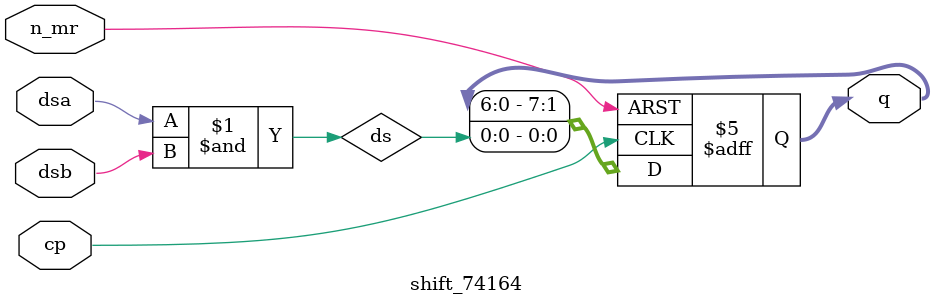
<source format=v>
`timescale 1ns/1ns
module shift_74164(
//output
          q,
//input
          cp,
          n_mr,
          dsa, dsb);
    input wire cp;
    input wire n_mr;
    input wire dsa, dsb;
    output reg [7:0] q;

    initial begin
        q = 8'bx;
    end

    wire ds = dsa & dsb;

    always @(posedge cp or negedge n_mr) begin
        if (~n_mr) begin
            q <= #15 8'b0;
        end else begin
            q <= #15 {q[6:0], ds};
        end
    end
endmodule

</source>
